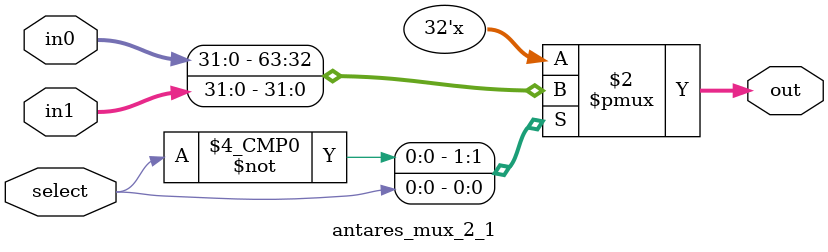
<source format=v>

module antares_mux_2_1 #(parameter WIDTH = 32)
    (/*AUTOARG*/
    // Outputs
    out,
    // Inputs
    in0, in1, select
    );

    input [WIDTH-1:0]      in0;
    input [WIDTH-1:0]      in1;
    input                  select;
    output reg [WIDTH-1:0] out;

    always @(/*AUTOSENSE*/in0 or in1 or select) begin
        case (select)
            1'b0: out = in0;
            1'b1: out = in1;
        endcase // case (select)
    end // always @ (...

endmodule // antares_mux_2_1

</source>
